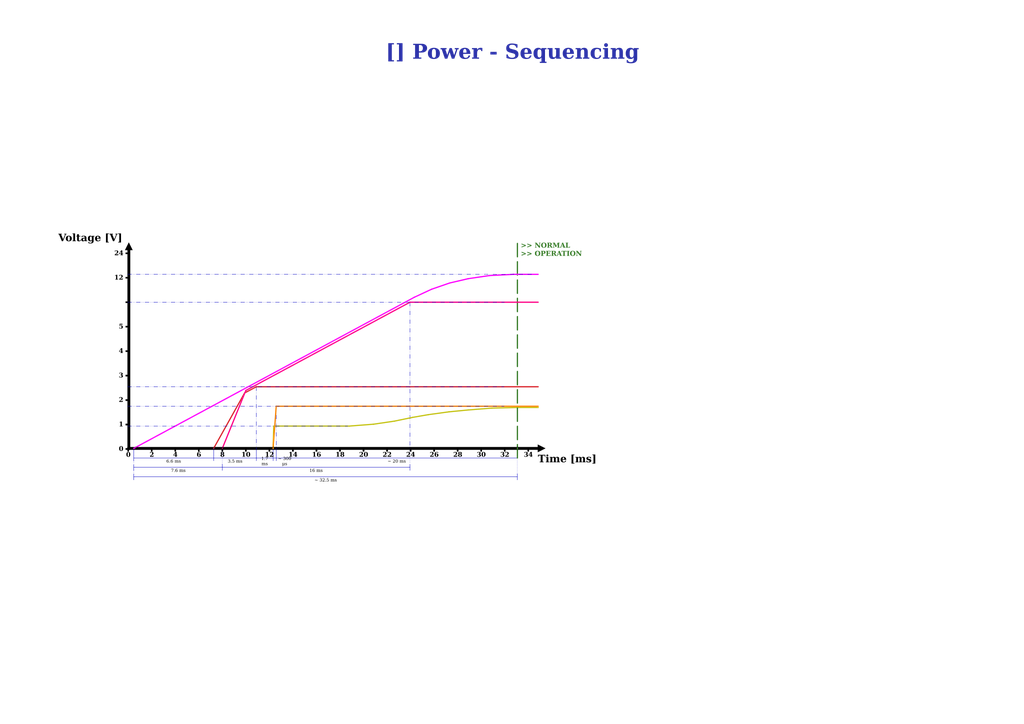
<source format=kicad_sch>
(kicad_sch
	(version 20250114)
	(generator "eeschema")
	(generator_version "9.0")
	(uuid "26e99a33-043b-499d-a26e-816ff79b487a")
	(paper "A3")
	(title_block
		(title "Power - Sequencing")
		(date "2025-01-12")
		(rev "${REVISION}")
		(company "${COMPANY}")
	)
	(lib_symbols)
	(rectangle
		(start 51.562 173.863)
		(end 53.086 174.371)
		(stroke
			(width 0)
			(type default)
			(color 0 0 0 1)
		)
		(fill
			(type color)
			(color 0 0 0 1)
		)
		(uuid 01c9fd1d-d2cd-474e-a2f2-7336d2eb5438)
	)
	(rectangle
		(start 71.628 183.642)
		(end 72.136 185.166)
		(stroke
			(width 0)
			(type default)
			(color 0 0 0 1)
		)
		(fill
			(type color)
			(color 0 0 0 1)
		)
		(uuid 085660ca-3a67-46bf-85b0-bb74abf891e3)
	)
	(rectangle
		(start 148.844 183.642)
		(end 149.352 185.166)
		(stroke
			(width 0)
			(type default)
			(color 0 0 0 1)
		)
		(fill
			(type color)
			(color 0 0 0 1)
		)
		(uuid 09774e91-f9d0-4db9-9e0f-815490f4898d)
	)
	(rectangle
		(start 206.756 183.642)
		(end 207.264 185.166)
		(stroke
			(width 0)
			(type default)
			(color 0 0 0 1)
		)
		(fill
			(type color)
			(color 0 0 0 1)
		)
		(uuid 1c1e908e-05f8-44d9-8561-32d60503f5fa)
	)
	(rectangle
		(start 177.8 183.642)
		(end 178.308 185.166)
		(stroke
			(width 0)
			(type default)
			(color 0 0 0 1)
		)
		(fill
			(type color)
			(color 0 0 0 1)
		)
		(uuid 205e879f-c514-4b78-8bf1-d45ed4980894)
	)
	(rectangle
		(start 51.562 133.731)
		(end 53.086 134.239)
		(stroke
			(width 0)
			(type default)
			(color 0 0 0 1)
		)
		(fill
			(type color)
			(color 0 0 0 1)
		)
		(uuid 23111c0a-8311-4e0b-b6b5-bb05b9cd3eab)
	)
	(rectangle
		(start 158.496 183.642)
		(end 159.004 185.166)
		(stroke
			(width 0)
			(type default)
			(color 0 0 0 1)
		)
		(fill
			(type color)
			(color 0 0 0 1)
		)
		(uuid 3b7d974c-37a0-442f-9733-47c591f05f53)
	)
	(rectangle
		(start 52.324 183.642)
		(end 52.832 185.166)
		(stroke
			(width 0)
			(type default)
			(color 0 0 0 1)
		)
		(fill
			(type color)
			(color 0 0 0 1)
		)
		(uuid 3dd077b4-ca8f-47c2-bee1-2e3802083be7)
	)
	(rectangle
		(start 90.932 183.642)
		(end 91.44 185.166)
		(stroke
			(width 0)
			(type default)
			(color 0 0 0 1)
		)
		(fill
			(type color)
			(color 0 0 0 1)
		)
		(uuid 3e62ef00-0c8e-41fa-b2f3-08de867fa54f)
	)
	(rectangle
		(start 51.562 123.698)
		(end 53.086 124.206)
		(stroke
			(width 0)
			(type default)
			(color 0 0 0 1)
		)
		(fill
			(type color)
			(color 0 0 0 1)
		)
		(uuid 421293c6-3cf3-494b-b1c5-7fc458134e79)
	)
	(rectangle
		(start 51.562 143.764)
		(end 53.086 144.272)
		(stroke
			(width 0)
			(type default)
			(color 0 0 0 1)
		)
		(fill
			(type color)
			(color 0 0 0 1)
		)
		(uuid 469c46ff-b6e8-4790-b52f-1ed9a2bdd1f8)
	)
	(rectangle
		(start 119.888 183.642)
		(end 120.396 185.166)
		(stroke
			(width 0)
			(type default)
			(color 0 0 0 1)
		)
		(fill
			(type color)
			(color 0 0 0 1)
		)
		(uuid 56c4474d-0301-4408-974f-0518f1baa953)
	)
	(rectangle
		(start 100.584 183.642)
		(end 101.092 185.166)
		(stroke
			(width 0)
			(type default)
			(color 0 0 0 1)
		)
		(fill
			(type color)
			(color 0 0 0 1)
		)
		(uuid 5eee5b1a-6c26-4234-8466-170b3f779aa3)
	)
	(rectangle
		(start 52.324 183.388)
		(end 220.726 184.404)
		(stroke
			(width 0)
			(type default)
			(color 0 0 0 1)
		)
		(fill
			(type color)
			(color 0 0 0 1)
		)
		(uuid 6d8a1105-6737-4a0b-9f5f-040b945eed17)
	)
	(rectangle
		(start 51.562 153.797)
		(end 53.086 154.305)
		(stroke
			(width 0)
			(type default)
			(color 0 0 0 1)
		)
		(fill
			(type color)
			(color 0 0 0 1)
		)
		(uuid 7f8be5cb-90a9-46c5-97db-3d1d78b2f341)
	)
	(rectangle
		(start 51.562 163.83)
		(end 53.086 164.338)
		(stroke
			(width 0)
			(type default)
			(color 0 0 0 1)
		)
		(fill
			(type color)
			(color 0 0 0 1)
		)
		(uuid 7fdcc2de-fa58-4066-9ff8-f7d6046e1167)
	)
	(rectangle
		(start 216.408 183.642)
		(end 216.916 185.166)
		(stroke
			(width 0)
			(type default)
			(color 0 0 0 1)
		)
		(fill
			(type color)
			(color 0 0 0 1)
		)
		(uuid 842b39c1-4ee6-4238-8b46-e785731d06f1)
	)
	(rectangle
		(start 61.976 183.642)
		(end 62.484 185.166)
		(stroke
			(width 0)
			(type default)
			(color 0 0 0 1)
		)
		(fill
			(type color)
			(color 0 0 0 1)
		)
		(uuid 960a89ab-5167-4e3c-95c8-b3e891644096)
	)
	(rectangle
		(start 197.104 183.642)
		(end 197.612 185.166)
		(stroke
			(width 0)
			(type default)
			(color 0 0 0 1)
		)
		(fill
			(type color)
			(color 0 0 0 1)
		)
		(uuid 96e56ef9-debd-4418-8330-7dca10cdbbe7)
	)
	(rectangle
		(start 52.324 101.854)
		(end 53.34 184.404)
		(stroke
			(width 0)
			(type default)
			(color 0 0 0 1)
		)
		(fill
			(type color)
			(color 0 0 0 1)
		)
		(uuid 996b6b38-3a4b-457c-8281-2dd4304c7e91)
	)
	(rectangle
		(start 168.148 183.642)
		(end 168.656 185.166)
		(stroke
			(width 0)
			(type default)
			(color 0 0 0 1)
		)
		(fill
			(type color)
			(color 0 0 0 1)
		)
		(uuid 9bd636ad-96b2-4037-90f6-ad48772c0413)
	)
	(rectangle
		(start 187.452 183.642)
		(end 187.96 185.166)
		(stroke
			(width 0)
			(type default)
			(color 0 0 0 1)
		)
		(fill
			(type color)
			(color 0 0 0 1)
		)
		(uuid ab3483ad-9beb-416f-a41c-b3b1b7dc1850)
	)
	(rectangle
		(start 51.562 103.632)
		(end 53.086 104.14)
		(stroke
			(width 0)
			(type default)
			(color 0 0 0 1)
		)
		(fill
			(type color)
			(color 0 0 0 1)
		)
		(uuid b0c9fcec-fe45-4575-885f-193ce09a72d8)
	)
	(rectangle
		(start 129.54 183.642)
		(end 130.048 185.166)
		(stroke
			(width 0)
			(type default)
			(color 0 0 0 1)
		)
		(fill
			(type color)
			(color 0 0 0 1)
		)
		(uuid bacf2a60-ebce-4900-a491-53d1d841d529)
	)
	(rectangle
		(start 81.28 183.642)
		(end 81.788 185.166)
		(stroke
			(width 0)
			(type default)
			(color 0 0 0 1)
		)
		(fill
			(type color)
			(color 0 0 0 1)
		)
		(uuid c0e4d47a-808d-44d6-ac4a-0f050619e78d)
	)
	(rectangle
		(start 51.562 113.665)
		(end 53.086 114.173)
		(stroke
			(width 0)
			(type default)
			(color 0 0 0 1)
		)
		(fill
			(type color)
			(color 0 0 0 1)
		)
		(uuid d880b30a-ae22-4b99-94cc-3cc9c533e8e9)
	)
	(rectangle
		(start 139.192 183.642)
		(end 139.7 185.166)
		(stroke
			(width 0)
			(type default)
			(color 0 0 0 1)
		)
		(fill
			(type color)
			(color 0 0 0 1)
		)
		(uuid f32b3655-beae-4c32-8ac8-4acf2e080e86)
	)
	(rectangle
		(start 110.236 183.642)
		(end 110.744 185.166)
		(stroke
			(width 0)
			(type default)
			(color 0 0 0 1)
		)
		(fill
			(type color)
			(color 0 0 0 1)
		)
		(uuid f8dd6608-6fed-4399-a2fa-9a4460646543)
	)
	(rectangle
		(start 51.562 183.896)
		(end 53.086 184.404)
		(stroke
			(width 0)
			(type default)
			(color 0 0 0 1)
		)
		(fill
			(type color)
			(color 0 0 0 1)
		)
		(uuid fbce5f74-e6dc-4caf-95b1-d2e389cbff45)
	)
	(text "Voltage [V]"
		(exclude_from_sim no)
		(at 50.165 100.457 0)
		(effects
			(font
				(face "Times New Roman")
				(size 3 3)
				(thickness 0.4)
				(bold yes)
				(color 0 0 0 1)
			)
			(justify right bottom)
		)
		(uuid "175b8f18-81ff-4b8b-bacc-429ebcefd377")
	)
	(text ">> NORMAL \n>> OPERATION"
		(exclude_from_sim no)
		(at 213.614 106.045 0)
		(effects
			(font
				(face "Times New Roman")
				(size 2 2)
				(thickness 0.4)
				(bold yes)
				(color 53 123 38 1)
			)
			(justify left bottom)
		)
		(uuid "b29326be-65a3-4fc5-9d14-850aa59ca2a1")
	)
	(text "Time [ms]"
		(exclude_from_sim no)
		(at 220.599 191.135 0)
		(effects
			(font
				(face "Times New Roman")
				(size 3 3)
				(thickness 0.4)
				(bold yes)
				(color 0 0 0 1)
			)
			(justify left bottom)
		)
		(uuid "be8ac8d4-7137-494d-bff2-23ac58b6a9ef")
	)
	(text_box "3.5 ms"
		(exclude_from_sim no)
		(at 87.6046 187.9346 0)
		(size 17.653 2.54)
		(margins 0.9524 0.9524 0.9524 0.9524)
		(stroke
			(width -0.0001)
			(type default)
		)
		(fill
			(type none)
		)
		(effects
			(font
				(face "Times New Roman")
				(size 1.27 1.27)
				(color 0 0 0 1)
			)
		)
		(uuid "057279ac-9604-4990-8e26-7bec51ceaf06")
	)
	(text_box "18"
		(exclude_from_sim no)
		(at 137.7696 185.2676 0)
		(size 3.429 2.54)
		(margins 0.9524 0.9524 0.9524 0.9524)
		(stroke
			(width -0.0001)
			(type default)
		)
		(fill
			(type none)
		)
		(effects
			(font
				(face "Times New Roman")
				(size 1.905 1.905)
				(bold yes)
				(color 0 0 0 1)
			)
		)
		(uuid "08241509-e60b-45e1-b1ab-84f794ba668b")
	)
	(text_box "24"
		(exclude_from_sim no)
		(at 166.7256 185.2676 0)
		(size 3.429 2.54)
		(margins 0.9524 0.9524 0.9524 0.9524)
		(stroke
			(width -0.0001)
			(type default)
		)
		(fill
			(type none)
		)
		(effects
			(font
				(face "Times New Roman")
				(size 1.905 1.905)
				(bold yes)
				(color 0 0 0 1)
			)
		)
		(uuid "09ad8a29-0526-43a2-bbd5-b6f200d8097b")
	)
	(text_box "8"
		(exclude_from_sim no)
		(at 89.5096 185.2676 0)
		(size 3.429 2.54)
		(margins 0.9524 0.9524 0.9524 0.9524)
		(stroke
			(width -0.0001)
			(type default)
		)
		(fill
			(type none)
		)
		(effects
			(font
				(face "Times New Roman")
				(size 1.905 1.905)
				(bold yes)
				(color 0 0 0 1)
			)
		)
		(uuid "0de4d20a-cc42-420d-81c0-b6c33e089acb")
	)
	(text_box "7.6 ms"
		(exclude_from_sim no)
		(at 54.9656 191.7446 0)
		(size 36.322 2.54)
		(margins 0.9524 0.9524 0.9524 0.9524)
		(stroke
			(width -0.0001)
			(type default)
		)
		(fill
			(type none)
		)
		(effects
			(font
				(face "Times New Roman")
				(size 1.27 1.27)
				(color 0 0 0 1)
			)
		)
		(uuid "1013f434-6a63-4228-8d39-5e75ca888b6f")
	)
	(text_box "24"
		(exclude_from_sim no)
		(at 44.704 102.616 0)
		(size 6.858 2.54)
		(margins 0.9524 0.9524 0.9524 0.9524)
		(stroke
			(width -0.0001)
			(type default)
		)
		(fill
			(type none)
		)
		(effects
			(font
				(face "Times New Roman")
				(size 1.905 1.905)
				(bold yes)
				(color 0 0 0 1)
			)
			(justify right)
		)
		(uuid "1acc95ba-1aa1-4082-b81d-95c58a7a5af8")
	)
	(text_box "28"
		(exclude_from_sim no)
		(at 186.0296 185.2676 0)
		(size 3.429 2.54)
		(margins 0.9524 0.9524 0.9524 0.9524)
		(stroke
			(width -0.0001)
			(type default)
		)
		(fill
			(type none)
		)
		(effects
			(font
				(face "Times New Roman")
				(size 1.905 1.905)
				(bold yes)
				(color 0 0 0 1)
			)
		)
		(uuid "1b5838a0-a4ae-4fb3-ae92-0f87f906c2fd")
	)
	(text_box "~ 300 μs"
		(exclude_from_sim no)
		(at 111.8616 187.9346 0)
		(size 9.779 2.54)
		(margins 0.9524 0.9524 0.9524 0.9524)
		(stroke
			(width -0.0001)
			(type default)
		)
		(fill
			(type none)
		)
		(effects
			(font
				(face "Times New Roman")
				(size 1.27 1.27)
				(color 0 0 0 1)
			)
		)
		(uuid "20bbe4a3-b3be-4f55-b2bf-0186c6f41602")
	)
	(text_box "10"
		(exclude_from_sim no)
		(at 99.1616 185.2676 0)
		(size 3.429 2.54)
		(margins 0.9524 0.9524 0.9524 0.9524)
		(stroke
			(width -0.0001)
			(type default)
		)
		(fill
			(type none)
		)
		(effects
			(font
				(face "Times New Roman")
				(size 1.905 1.905)
				(bold yes)
				(color 0 0 0 1)
			)
		)
		(uuid "233b215e-473b-40c1-8a9f-d71a58a647c1")
	)
	(text_box "1.7 ms"
		(exclude_from_sim no)
		(at 105.1306 187.9346 0)
		(size 6.858 2.54)
		(margins 0.9524 0.9524 0.9524 0.9524)
		(stroke
			(width -0.0001)
			(type default)
		)
		(fill
			(type none)
		)
		(effects
			(font
				(face "Times New Roman")
				(size 1.27 1.27)
				(color 0 0 0 1)
			)
		)
		(uuid "26c95559-cfb5-4481-9360-985eb89e9388")
	)
	(text_box "16 ms"
		(exclude_from_sim no)
		(at 91.1606 191.7446 0)
		(size 76.962 2.54)
		(margins 0.9524 0.9524 0.9524 0.9524)
		(stroke
			(width -0.0001)
			(type default)
		)
		(fill
			(type none)
		)
		(effects
			(font
				(face "Times New Roman")
				(size 1.27 1.27)
				(color 0 0 0 1)
			)
		)
		(uuid "288b5377-4e86-405e-bd20-a9e364c04dba")
	)
	(text_box "20"
		(exclude_from_sim no)
		(at 147.4216 185.2676 0)
		(size 3.429 2.54)
		(margins 0.9524 0.9524 0.9524 0.9524)
		(stroke
			(width -0.0001)
			(type default)
		)
		(fill
			(type none)
		)
		(effects
			(font
				(face "Times New Roman")
				(size 1.905 1.905)
				(bold yes)
				(color 0 0 0 1)
			)
		)
		(uuid "2e2baf2b-607e-438c-8d19-d89e05695d71")
	)
	(text_box "2"
		(exclude_from_sim no)
		(at 44.6786 162.7886 0)
		(size 6.858 2.54)
		(margins 0.9524 0.9524 0.9524 0.9524)
		(stroke
			(width -0.0001)
			(type default)
		)
		(fill
			(type none)
		)
		(effects
			(font
				(face "Times New Roman")
				(size 1.905 1.905)
				(bold yes)
				(color 0 0 0 1)
			)
			(justify right)
		)
		(uuid "3010b19b-c99d-4b77-bf14-7f71b9f36a3e")
	)
	(text_box "32"
		(exclude_from_sim no)
		(at 205.3336 185.2676 0)
		(size 3.429 2.54)
		(margins 0.9524 0.9524 0.9524 0.9524)
		(stroke
			(width -0.0001)
			(type default)
		)
		(fill
			(type none)
		)
		(effects
			(font
				(face "Times New Roman")
				(size 1.905 1.905)
				(bold yes)
				(color 0 0 0 1)
			)
		)
		(uuid "3ab2035b-94f9-4133-b63d-2dbd7b4e6e49")
	)
	(text_box "6"
		(exclude_from_sim no)
		(at 79.8576 185.2676 0)
		(size 3.429 2.54)
		(margins 0.9524 0.9524 0.9524 0.9524)
		(stroke
			(width -0.0001)
			(type default)
		)
		(fill
			(type none)
		)
		(effects
			(font
				(face "Times New Roman")
				(size 1.905 1.905)
				(bold yes)
				(color 0 0 0 1)
			)
		)
		(uuid "52a74200-5717-4af9-b5e4-1d404429f3c6")
	)
	(text_box "~ 20 ms"
		(exclude_from_sim no)
		(at 113.2586 187.9346 0)
		(size 98.933 2.54)
		(margins 0.9524 0.9524 0.9524 0.9524)
		(stroke
			(width -0.0001)
			(type default)
		)
		(fill
			(type none)
		)
		(effects
			(font
				(face "Times New Roman")
				(size 1.27 1.27)
				(color 0 0 0 1)
			)
		)
		(uuid "53d1cf93-77bb-4e07-8e05-b99e1e701b70")
	)
	(text_box "4"
		(exclude_from_sim no)
		(at 70.2056 185.2676 0)
		(size 3.429 2.54)
		(margins 0.9524 0.9524 0.9524 0.9524)
		(stroke
			(width -0.0001)
			(type default)
		)
		(fill
			(type none)
		)
		(effects
			(font
				(face "Times New Roman")
				(size 1.905 1.905)
				(bold yes)
				(color 0 0 0 1)
			)
		)
		(uuid "5caf4e82-2927-400a-acd0-821d25796651")
	)
	(text_box "4"
		(exclude_from_sim no)
		(at 44.6786 142.7226 0)
		(size 6.858 2.54)
		(margins 0.9524 0.9524 0.9524 0.9524)
		(stroke
			(width -0.0001)
			(type default)
		)
		(fill
			(type none)
		)
		(effects
			(font
				(face "Times New Roman")
				(size 1.905 1.905)
				(bold yes)
				(color 0 0 0 1)
			)
			(justify right)
		)
		(uuid "6505df1b-9fde-4bbe-a672-be1b9857afa1")
	)
	(text_box "26"
		(exclude_from_sim no)
		(at 176.3776 185.2676 0)
		(size 3.429 2.54)
		(margins 0.9524 0.9524 0.9524 0.9524)
		(stroke
			(width -0.0001)
			(type default)
		)
		(fill
			(type none)
		)
		(effects
			(font
				(face "Times New Roman")
				(size 1.905 1.905)
				(bold yes)
				(color 0 0 0 1)
			)
		)
		(uuid "66adcae9-49e5-4fb7-a5be-2d5aa2aa227e")
	)
	(text_box "2"
		(exclude_from_sim no)
		(at 60.5536 185.2676 0)
		(size 3.429 2.54)
		(margins 0.9524 0.9524 0.9524 0.9524)
		(stroke
			(width -0.0001)
			(type default)
		)
		(fill
			(type none)
		)
		(effects
			(font
				(face "Times New Roman")
				(size 1.905 1.905)
				(bold yes)
				(color 0 0 0 1)
			)
		)
		(uuid "67b43e82-5cc6-4c5f-857a-bae126f94920")
	)
	(text_box "▲"
		(exclude_from_sim no)
		(at 51.562 99.568 0)
		(size 2.54 2.54)
		(margins 2.2499 2.2499 2.2499 2.2499)
		(stroke
			(width -0.0001)
			(type default)
		)
		(fill
			(type none)
		)
		(effects
			(font
				(face "Times New Roman")
				(size 3 3)
				(color 0 0 0 1)
			)
		)
		(uuid "69d7b4c2-c118-4b95-bd3b-473104ff316a")
	)
	(text_box "14"
		(exclude_from_sim no)
		(at 118.4656 185.2676 0)
		(size 3.429 2.54)
		(margins 0.9524 0.9524 0.9524 0.9524)
		(stroke
			(width -0.0001)
			(type default)
		)
		(fill
			(type none)
		)
		(effects
			(font
				(face "Times New Roman")
				(size 1.905 1.905)
				(bold yes)
				(color 0 0 0 1)
			)
		)
		(uuid "7df7bfab-9129-461d-bdb7-48b4c71332fd")
	)
	(text_box "12"
		(exclude_from_sim no)
		(at 44.6786 112.6236 0)
		(size 6.858 2.54)
		(margins 0.9524 0.9524 0.9524 0.9524)
		(stroke
			(width -0.0001)
			(type default)
		)
		(fill
			(type none)
		)
		(effects
			(font
				(face "Times New Roman")
				(size 1.905 1.905)
				(bold yes)
				(color 0 0 0 1)
			)
			(justify right)
		)
		(uuid "7e86fc43-dc59-4681-818f-cb7ab0a72f3e")
	)
	(text_box "22"
		(exclude_from_sim no)
		(at 157.0736 185.2676 0)
		(size 3.429 2.54)
		(margins 0.9524 0.9524 0.9524 0.9524)
		(stroke
			(width -0.0001)
			(type default)
		)
		(fill
			(type none)
		)
		(effects
			(font
				(face "Times New Roman")
				(size 1.905 1.905)
				(bold yes)
				(color 0 0 0 1)
			)
		)
		(uuid "7f3e65a9-aab7-4e42-9498-fca7b427e5fc")
	)
	(text_box "[${#}] ${TITLE}"
		(exclude_from_sim no)
		(at 12.7 15.24 0)
		(size 394.97 12.7)
		(margins 4.4999 4.4999 4.4999 4.4999)
		(stroke
			(width -0.0001)
			(type default)
		)
		(fill
			(type none)
		)
		(effects
			(font
				(face "Times New Roman")
				(size 6 6)
				(thickness 1.2)
				(bold yes)
				(color 43 49 168 1)
			)
		)
		(uuid "80f76b8d-52cb-49fe-9647-9cd8137cf5f3")
	)
	(text_box "1"
		(exclude_from_sim no)
		(at 44.6786 172.8216 0)
		(size 6.858 2.54)
		(margins 0.9524 0.9524 0.9524 0.9524)
		(stroke
			(width -0.0001)
			(type default)
		)
		(fill
			(type none)
		)
		(effects
			(font
				(face "Times New Roman")
				(size 1.905 1.905)
				(bold yes)
				(color 0 0 0 1)
			)
			(justify right)
		)
		(uuid "8a474ee7-94fa-4ccc-b38a-f2fbfc4e735c")
	)
	(text_box "34"
		(exclude_from_sim no)
		(at 214.9856 185.2676 0)
		(size 3.429 2.54)
		(margins 0.9524 0.9524 0.9524 0.9524)
		(stroke
			(width -0.0001)
			(type default)
		)
		(fill
			(type none)
		)
		(effects
			(font
				(face "Times New Roman")
				(size 1.905 1.905)
				(bold yes)
				(color 0 0 0 1)
			)
		)
		(uuid "8dcf82bc-98be-4b97-af1b-f866a586ff9f")
	)
	(text_box "12"
		(exclude_from_sim no)
		(at 108.8136 185.2676 0)
		(size 3.429 2.54)
		(margins 0.9524 0.9524 0.9524 0.9524)
		(stroke
			(width -0.0001)
			(type default)
		)
		(fill
			(type none)
		)
		(effects
			(font
				(face "Times New Roman")
				(size 1.905 1.905)
				(bold yes)
				(color 0 0 0 1)
			)
		)
		(uuid "9334e207-a5ef-405d-9255-7532e4d805ec")
	)
	(text_box "0"
		(exclude_from_sim no)
		(at 50.927 185.293 0)
		(size 3.429 2.54)
		(margins 0.9524 0.9524 0.9524 0.9524)
		(stroke
			(width -0.0001)
			(type default)
		)
		(fill
			(type none)
		)
		(effects
			(font
				(face "Times New Roman")
				(size 1.905 1.905)
				(bold yes)
				(color 0 0 0 1)
			)
		)
		(uuid "9dba9cf1-c429-45db-bb2a-868858aa5986")
	)
	(text_box "3"
		(exclude_from_sim no)
		(at 44.6786 152.7556 0)
		(size 6.858 2.54)
		(margins 0.9524 0.9524 0.9524 0.9524)
		(stroke
			(width -0.0001)
			(type default)
		)
		(fill
			(type none)
		)
		(effects
			(font
				(face "Times New Roman")
				(size 1.905 1.905)
				(bold yes)
				(color 0 0 0 1)
			)
			(justify right)
		)
		(uuid "bce17a48-7e59-488b-9a33-1522b6d97175")
	)
	(text_box "6.6 ms"
		(exclude_from_sim no)
		(at 54.8386 187.9346 0)
		(size 32.766 2.54)
		(margins 0.9524 0.9524 0.9524 0.9524)
		(stroke
			(width -0.0001)
			(type default)
		)
		(fill
			(type none)
		)
		(effects
			(font
				(face "Times New Roman")
				(size 1.27 1.27)
				(color 0 0 0 1)
			)
		)
		(uuid "c588afea-31c7-4b80-a042-17fbbb6af658")
	)
	(text_box "0"
		(exclude_from_sim no)
		(at 44.704 182.88 0)
		(size 6.858 2.54)
		(margins 0.9524 0.9524 0.9524 0.9524)
		(stroke
			(width -0.0001)
			(type default)
		)
		(fill
			(type none)
		)
		(effects
			(font
				(face "Times New Roman")
				(size 1.905 1.905)
				(bold yes)
				(color 0 0 0 1)
			)
			(justify right)
		)
		(uuid "c5d537af-47e9-4471-8118-803a7ac0d798")
	)
	(text_box "16"
		(exclude_from_sim no)
		(at 128.1176 185.2676 0)
		(size 3.429 2.54)
		(margins 0.9524 0.9524 0.9524 0.9524)
		(stroke
			(width -0.0001)
			(type default)
		)
		(fill
			(type none)
		)
		(effects
			(font
				(face "Times New Roman")
				(size 1.905 1.905)
				(bold yes)
				(color 0 0 0 1)
			)
		)
		(uuid "d806bfa1-61ae-489a-a3e3-75683404cfdf")
	)
	(text_box "5"
		(exclude_from_sim no)
		(at 44.6786 132.6896 0)
		(size 6.858 2.54)
		(margins 0.9524 0.9524 0.9524 0.9524)
		(stroke
			(width -0.0001)
			(type default)
		)
		(fill
			(type none)
		)
		(effects
			(font
				(face "Times New Roman")
				(size 1.905 1.905)
				(bold yes)
				(color 0 0 0 1)
			)
			(justify right)
		)
		(uuid "d9f2b1e6-6de7-412a-a713-034e966e807b")
	)
	(text_box "~ 32.5 ms"
		(exclude_from_sim no)
		(at 54.8386 195.6816 0)
		(size 157.48 2.54)
		(margins 0.9524 0.9524 0.9524 0.9524)
		(stroke
			(width -0.0001)
			(type default)
		)
		(fill
			(type none)
		)
		(effects
			(font
				(face "Times New Roman")
				(size 1.27 1.27)
				(color 0 0 0 1)
			)
		)
		(uuid "de143e59-1a42-4ff5-b077-1a340a241706")
	)
	(text_box "▼"
		(exclude_from_sim no)
		(at 220.726 182.626 90)
		(size 2.54 2.54)
		(margins 2.2499 2.2499 2.2499 2.2499)
		(stroke
			(width -0.0001)
			(type default)
		)
		(fill
			(type none)
		)
		(effects
			(font
				(face "Times New Roman")
				(size 3 3)
				(color 0 0 0 1)
			)
		)
		(uuid "f0832906-c8ce-4838-9631-bdf5b87a8ba3")
	)
	(text_box "30"
		(exclude_from_sim no)
		(at 195.6816 185.2676 0)
		(size 3.429 2.54)
		(margins 0.9524 0.9524 0.9524 0.9524)
		(stroke
			(width -0.0001)
			(type default)
		)
		(fill
			(type none)
		)
		(effects
			(font
				(face "Times New Roman")
				(size 1.905 1.905)
				(bold yes)
				(color 0 0 0 1)
			)
		)
		(uuid "f741b4d6-7a0b-439e-b8a6-601ff596837c")
	)
	(polyline
		(pts
			(xy 112.014 183.896) (xy 113.284 166.624)
		)
		(stroke
			(width 0.5)
			(type default)
			(color 252 134 0 1)
		)
		(uuid "04060073-e3f7-4746-a0ff-3e5a4d411deb")
	)
	(polyline
		(pts
			(xy 91.186 184.531) (xy 91.186 190.3984)
		)
		(stroke
			(width 0)
			(type dot)
		)
		(uuid "046cc92e-5593-4a98-a7fa-f4bb7914ed0d")
	)
	(polyline
		(pts
			(xy 54.8894 187.8584) (xy 87.63 187.8584)
		)
		(stroke
			(width 0)
			(type default)
		)
		(uuid "04dcb800-6295-4fe9-a90b-0487be7268f9")
	)
	(polyline
		(pts
			(xy 54.8386 189.0776) (xy 54.8386 190.3476)
		)
		(stroke
			(width 0)
			(type dot)
		)
		(uuid "064a21e4-52a8-4681-8aa8-5954e753f93b")
	)
	(polyline
		(pts
			(xy 113.284 166.624) (xy 220.726 166.624)
		)
		(stroke
			(width 0.5)
			(type default)
			(color 252 134 0 1)
		)
		(uuid "0cbd4671-7c23-4c0d-a5d5-a92bdb9a4d49")
	)
	(polyline
		(pts
			(xy 52.324 174.752) (xy 142.621 174.752)
		)
		(stroke
			(width 0)
			(type dash_dot_dot)
		)
		(uuid "15d7f7a6-f4cb-4960-8d35-e1c8fc617471")
	)
	(polyline
		(pts
			(xy 105.156 183.896) (xy 105.156 188.976)
		)
		(stroke
			(width 0)
			(type default)
		)
		(uuid "16b1635d-d94b-404c-9ba2-39136e8869cb")
	)
	(polyline
		(pts
			(xy 105.156 158.623) (xy 220.726 158.623)
		)
		(stroke
			(width 0.5)
			(type default)
			(color 218 36 44 1)
		)
		(uuid "1bc3e0b2-f1bd-4c65-9de9-401f09dad51c")
	)
	(polyline
		(pts
			(xy 177.038 118.618) (xy 184.404 116.078)
		)
		(stroke
			(width 0.5)
			(type default)
			(color 255 0 255 1)
		)
		(uuid "1cd97e7c-801d-419a-a510-43b5a762b207")
	)
	(polyline
		(pts
			(xy 52.324 166.624) (xy 206.756 166.624)
		)
		(stroke
			(width 0)
			(type dash_dot_dot)
		)
		(uuid "1ff6572d-143c-4238-8f25-067e720bbbbf")
	)
	(polyline
		(pts
			(xy 212.09 167.132) (xy 220.726 167.132)
		)
		(stroke
			(width 0.5)
			(type default)
			(color 197 195 20 1)
		)
		(uuid "3a3d00c3-56ec-4d8a-a7d9-0397fa3a3e45")
	)
	(polyline
		(pts
			(xy 100.838 160.147) (xy 168.148 123.952)
		)
		(stroke
			(width 0.5)
			(type solid)
			(color 255 0 133 1)
		)
		(uuid "3d857eb2-5f91-48c0-9112-8afff14dfc65")
	)
	(polyline
		(pts
			(xy 161.798 172.72) (xy 169.164 171.196)
		)
		(stroke
			(width 0.5)
			(type default)
			(color 197 195 20 1)
		)
		(uuid "402e934a-8d83-49e6-8a3f-99b8ca899696")
	)
	(polyline
		(pts
			(xy 153.162 173.99) (xy 161.798 172.72)
		)
		(stroke
			(width 0.5)
			(type default)
			(color 197 195 20 1)
		)
		(uuid "4280c61a-45c8-4a7b-8270-a5d60633d130")
	)
	(polyline
		(pts
			(xy 168.148 123.952) (xy 220.726 123.952)
		)
		(stroke
			(width 0.5)
			(type solid)
			(color 255 0 133 1)
		)
		(uuid "44eaf96d-5e45-4a70-a3bf-1dd8afa456ac")
	)
	(polyline
		(pts
			(xy 91.186 183.896) (xy 100.838 160.147)
		)
		(stroke
			(width 0.5)
			(type solid)
			(color 255 0 133 1)
		)
		(uuid "4eef8a3c-2175-45b3-ab23-de0f873ffbfe")
	)
	(polyline
		(pts
			(xy 54.864 191.6684) (xy 91.186 191.6684)
		)
		(stroke
			(width 0)
			(type default)
		)
		(uuid "4f57c6b4-b978-45ec-9844-c8ad9e61aa5d")
	)
	(polyline
		(pts
			(xy 54.8386 190.4746) (xy 54.8386 193.0146)
		)
		(stroke
			(width 0)
			(type default)
		)
		(uuid "55a4f36a-a576-4c2f-b3c7-44cf763ad263")
	)
	(polyline
		(pts
			(xy 87.63 183.896) (xy 87.63 188.976)
		)
		(stroke
			(width 0)
			(type default)
		)
		(uuid "59f6b2a0-7e51-4de0-b4fd-7157bff9feb1")
	)
	(polyline
		(pts
			(xy 113.284 166.624) (xy 113.284 184.023)
		)
		(stroke
			(width 0)
			(type dash_dot_dot)
		)
		(uuid "64127ee9-5aac-46d5-8312-47d575f0bc14")
	)
	(polyline
		(pts
			(xy 91.186 191.6684) (xy 168.148 191.6684)
		)
		(stroke
			(width 0)
			(type default)
		)
		(uuid "64e18181-ba56-425e-a951-a39d036b182e")
	)
	(polyline
		(pts
			(xy 184.15 168.91) (xy 192.024 168.148)
		)
		(stroke
			(width 0.5)
			(type default)
			(color 197 195 20 1)
		)
		(uuid "6f701289-21a0-4afa-8a26-75437883b9cb")
	)
	(polyline
		(pts
			(xy 54.864 183.896) (xy 169.926 121.92)
		)
		(stroke
			(width 0.5)
			(type default)
			(color 255 0 255 1)
		)
		(uuid "75c0d4eb-680e-4236-8404-80039f2fb5c4")
	)
	(polyline
		(pts
			(xy 105.156 187.8584) (xy 113.284 187.8584)
		)
		(stroke
			(width 0)
			(type default)
		)
		(uuid "7a09a949-b4b2-4f5c-8ed7-541bb7ec8242")
	)
	(polyline
		(pts
			(xy 210.566 112.522) (xy 220.726 112.522)
		)
		(stroke
			(width 0.5)
			(type default)
			(color 255 0 255 1)
		)
		(uuid "7c9da14b-e301-4a66-ab5f-3de8a268a500")
	)
	(polyline
		(pts
			(xy 200.66 113.03) (xy 210.566 112.522)
		)
		(stroke
			(width 0.5)
			(type default)
			(color 255 0 255 1)
		)
		(uuid "7e4a6444-ec8a-42d3-b128-92a227d1bbb1")
	)
	(polyline
		(pts
			(xy 212.1916 194.2846) (xy 212.1916 196.8246)
		)
		(stroke
			(width 0)
			(type default)
		)
		(uuid "824156ed-8aad-4a35-b28e-d323269989cb")
	)
	(polyline
		(pts
			(xy 105.156 158.623) (xy 105.156 183.896)
		)
		(stroke
			(width 0)
			(type dash_dot_dot)
		)
		(uuid "83b6a3d6-ec25-4a6c-9af7-165178736be2")
	)
	(polyline
		(pts
			(xy 112.014 183.896) (xy 112.268 174.752)
		)
		(stroke
			(width 0.5)
			(type default)
			(color 197 195 20 1)
		)
		(uuid "8c9b1f94-ee83-40e1-ac4c-d0d3d4c40fd4")
	)
	(polyline
		(pts
			(xy 87.6808 187.8584) (xy 105.2068 187.8584)
		)
		(stroke
			(width 0)
			(type default)
		)
		(uuid "8e1b23d4-66f6-4ba2-87da-0e97cd9d658e")
	)
	(polyline
		(pts
			(xy 175.768 170.053) (xy 184.15 168.91)
		)
		(stroke
			(width 0.5)
			(type default)
			(color 197 195 20 1)
		)
		(uuid "9118ad58-9912-450d-b082-4e11db19b414")
	)
	(polyline
		(pts
			(xy 54.8386 183.8706) (xy 54.8386 189.0776)
		)
		(stroke
			(width 0)
			(type default)
		)
		(uuid "98a27ce4-9530-490a-9598-1b7219c1978c")
	)
	(polyline
		(pts
			(xy 143.256 174.752) (xy 153.162 173.99)
		)
		(stroke
			(width 0.5)
			(type default)
			(color 197 195 20 1)
		)
		(uuid "9a4cede9-4ef9-487c-96d7-44db94e0cc0a")
	)
	(polyline
		(pts
			(xy 184.404 116.078) (xy 192.024 114.3)
		)
		(stroke
			(width 0.5)
			(type default)
			(color 255 0 255 1)
		)
		(uuid "9e59442d-6890-4c04-af21-553df02642af")
	)
	(polyline
		(pts
			(xy 54.8386 193.0146) (xy 54.8386 194.2846)
		)
		(stroke
			(width 0)
			(type dot)
		)
		(uuid "a158a145-3fd3-45df-929d-eb5cc24ceb4a")
	)
	(polyline
		(pts
			(xy 52.324 112.522) (xy 218.186 112.522)
		)
		(stroke
			(width 0)
			(type dash_dot_dot)
		)
		(uuid "a298d0fc-a47f-419c-87b7-da6d9dffef47")
	)
	(polyline
		(pts
			(xy 112.268 174.752) (xy 143.256 174.752)
		)
		(stroke
			(width 0.5)
			(type default)
			(color 197 195 20 1)
		)
		(uuid "a560ffaa-9a21-4d44-a176-8e4e8fbec7b0")
	)
	(polyline
		(pts
			(xy 52.324 123.952) (xy 206.883 123.952)
		)
		(stroke
			(width 0)
			(type dash_dot_dot)
		)
		(uuid "b69a9f75-60f8-47b6-946e-464b81244be4")
	)
	(polyline
		(pts
			(xy 87.63 183.896) (xy 100.33 161.163)
		)
		(stroke
			(width 0.5)
			(type default)
			(color 218 36 44 1)
		)
		(uuid "b8177396-61fe-43b2-87eb-3c188308fb8c")
	)
	(polyline
		(pts
			(xy 168.148 123.952) (xy 168.148 183.896)
		)
		(stroke
			(width 0)
			(type dash_dot_dot)
		)
		(uuid "ba0e0e57-e2a2-4d76-95e5-f65f4748c5a4")
	)
	(polyline
		(pts
			(xy 54.8386 194.31) (xy 54.8386 196.8246)
		)
		(stroke
			(width 0)
			(type default)
		)
		(uuid "ba4853f8-e420-47ab-8250-bc2cf5d6f59d")
	)
	(polyline
		(pts
			(xy 212.1916 194.2846) (xy 212.1916 187.8076)
		)
		(stroke
			(width 0)
			(type dot)
		)
		(uuid "c1b58298-e82e-4386-ad61-b5cf2bf16fb6")
	)
	(polyline
		(pts
			(xy 52.324 158.623) (xy 206.756 158.623)
		)
		(stroke
			(width 0)
			(type dash_dot_dot)
		)
		(uuid "c28926c4-6444-4efc-8a98-12a4ac9eb80f")
	)
	(polyline
		(pts
			(xy 113.284 187.8584) (xy 212.2424 187.8584)
		)
		(stroke
			(width 0)
			(type default)
		)
		(uuid "c35beeb1-614a-40f2-a0d5-8295a3825a11")
	)
	(polyline
		(pts
			(xy 168.148 183.896) (xy 168.148 189.992)
		)
		(stroke
			(width 0)
			(type dot)
		)
		(uuid "c6f3a941-76c0-4c68-88f8-94b215297e35")
	)
	(polyline
		(pts
			(xy 168.148 190.3984) (xy 168.148 192.9384)
		)
		(stroke
			(width 0)
			(type default)
		)
		(uuid "cd5ffc00-2ce1-4a7c-b3d2-2cde3fe51dee")
	)
	(polyline
		(pts
			(xy 112.014 184.023) (xy 112.014 188.976)
		)
		(stroke
			(width 0)
			(type default)
		)
		(uuid "ceb42873-f2d5-4dc0-afb9-0aef6086d594")
	)
	(polyline
		(pts
			(xy 113.284 184.023) (xy 113.284 188.976)
		)
		(stroke
			(width 0)
			(type default)
		)
		(uuid "d0925e5d-b937-4361-8ff4-650f1e460ebf")
	)
	(polyline
		(pts
			(xy 54.8386 195.5546) (xy 212.1916 195.5546)
		)
		(stroke
			(width 0)
			(type default)
		)
		(uuid "df4d400e-cd57-40c5-80b7-955eec167790")
	)
	(polyline
		(pts
			(xy 212.217 187.833) (xy 212.217 99.822)
		)
		(stroke
			(width 0.5)
			(type dash)
			(color 53 123 38 1)
		)
		(uuid "e0585ef4-3cb5-4ca4-9291-ea6d4631b9df")
	)
	(polyline
		(pts
			(xy 201.676 167.386) (xy 212.09 167.132)
		)
		(stroke
			(width 0.5)
			(type default)
			(color 197 195 20 1)
		)
		(uuid "e3a6d83c-7fe1-4f59-b346-209f9b534df9")
	)
	(polyline
		(pts
			(xy 192.024 168.148) (xy 201.676 167.386)
		)
		(stroke
			(width 0.5)
			(type default)
			(color 197 195 20 1)
		)
		(uuid "e54b7c30-2392-4e52-9ba8-aa0aae3cb26e")
	)
	(polyline
		(pts
			(xy 91.186 190.3984) (xy 91.186 192.9384)
		)
		(stroke
			(width 0)
			(type default)
		)
		(uuid "e74fdd31-8d22-4f61-9d4e-3f6cfd0430c8")
	)
	(polyline
		(pts
			(xy 169.164 171.196) (xy 175.768 170.053)
		)
		(stroke
			(width 0.5)
			(type default)
			(color 197 195 20 1)
		)
		(uuid "e862e0b6-7246-4b91-b58e-fd92c4ba890f")
	)
	(polyline
		(pts
			(xy 100.33 161.163) (xy 105.156 158.623)
		)
		(stroke
			(width 0.5)
			(type default)
			(color 218 36 44 1)
		)
		(uuid "ea13e551-8e4a-4dcc-ba0b-5407e144a22d")
	)
	(polyline
		(pts
			(xy 169.926 121.92) (xy 177.038 118.618)
		)
		(stroke
			(width 0.5)
			(type default)
			(color 255 0 255 1)
		)
		(uuid "ebd69697-1f1b-4c95-905c-1c7c8409afbc")
	)
	(polyline
		(pts
			(xy 192.024 114.3) (xy 200.66 113.03)
		)
		(stroke
			(width 0.5)
			(type default)
			(color 255 0 255 1)
		)
		(uuid "f1ebfb76-e142-488c-88cf-b31fb01b5d8f")
	)
)

</source>
